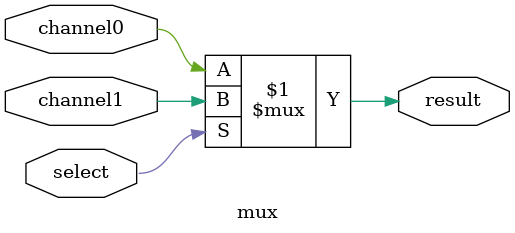
<source format=sv>
module mux (
    input logic         channel0,
    input logic         channel1,    
    input logic         select,
    output logic        result
);

assign result = select ? channel1 : channel0;

endmodule

</source>
